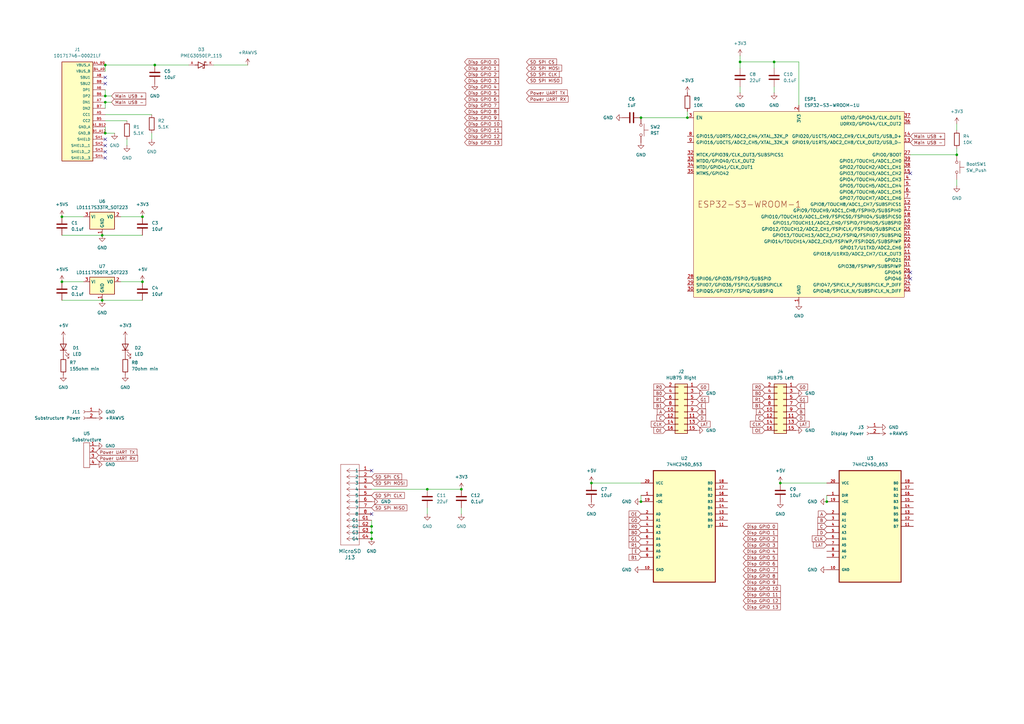
<source format=kicad_sch>
(kicad_sch (version 20250114) (generator "eeschema") (generator_version "9.0")
  (paper "A3")
  (junction (at 43.18 26.67))
  (junction (at 262.89 205.74))
  (junction (at 43.18 39.37))
  (junction (at 175.26 200.66))
  (junction (at 339.09 205.74))
  (junction (at 63.5 26.67))
  (junction (at 152.4 220.98))
  (junction (at 189.23 200.66))
  (junction (at 392.43 63.5))
  (junction (at 262.89 48.26))
  (junction (at 303.53 25.4))
  (junction (at 317.5 25.4))
  (junction (at 25.4 88.9))
  (junction (at 320.04 198.12))
  (junction (at 41.91 96.52))
  (junction (at 242.57 198.12))
  (junction (at 25.4 115.57))
  (junction (at 152.4 218.44))
  (junction (at 58.42 115.57))
  (junction (at 58.42 88.9))
  (junction (at 281.94 48.26))
  (junction (at 41.91 123.19))
  (junction (at 43.18 54.61))
  (junction (at 43.18 41.91))
  (junction (at 152.4 215.9))
  (no_connect (at 43.18 31.75))
  (no_connect (at 373.38 114.3))
  (no_connect (at 373.38 71.12))
  (no_connect (at 152.4 193.04))
  (no_connect (at 43.18 62.23))
  (no_connect (at 373.38 111.76))
  (no_connect (at 43.18 34.29))
  (no_connect (at 152.4 210.82))
  (no_connect (at 43.18 59.69))
  (no_connect (at 43.18 57.15))
  (no_connect (at 43.18 64.77))
  (wire (pts (xy 49.53 88.9) (xy 58.42 88.9)))
  (wire (pts (xy 392.43 76.2) (xy 392.43 73.66)))
  (wire (pts (xy 392.43 50.8) (xy 392.43 53.34)))
  (wire (pts (xy 327.66 25.4) (xy 327.66 43.18)))
  (wire (pts (xy 281.94 45.72) (xy 281.94 48.26)))
  (wire (pts (xy 262.89 203.2) (xy 262.89 205.74)))
  (wire (pts (xy 43.18 29.21) (xy 43.18 26.67)))
  (wire (pts (xy 25.4 88.9) (xy 34.29 88.9)))
  (wire (pts (xy 41.91 96.52) (xy 58.42 96.52)))
  (wire (pts (xy 41.91 123.19) (xy 58.42 123.19)))
  (wire (pts (xy 317.5 35.56) (xy 317.5 38.1)))
  (wire (pts (xy 392.43 60.96) (xy 392.43 63.5)))
  (wire (pts (xy 373.38 63.5) (xy 392.43 63.5)))
  (wire (pts (xy 317.5 25.4) (xy 327.66 25.4)))
  (wire (pts (xy 152.4 213.36) (xy 152.4 215.9)))
  (wire (pts (xy 101.6 26.67) (xy 87.63 26.67)))
  (wire (pts (xy 43.18 46.99) (xy 62.23 46.99)))
  (wire (pts (xy 43.18 54.61) (xy 43.18 52.07)))
  (wire (pts (xy 62.23 54.61) (xy 62.23 57.15)))
  (wire (pts (xy 52.07 57.15) (xy 52.07 59.69)))
  (wire (pts (xy 43.18 26.67) (xy 63.5 26.67)))
  (wire (pts (xy 339.09 203.2) (xy 339.09 205.74)))
  (wire (pts (xy 175.26 200.66) (xy 189.23 200.66)))
  (wire (pts (xy 303.53 22.86) (xy 303.53 25.4)))
  (wire (pts (xy 63.5 26.67) (xy 77.47 26.67)))
  (wire (pts (xy 317.5 25.4) (xy 317.5 27.94)))
  (wire (pts (xy 45.72 39.37) (xy 43.18 39.37)))
  (wire (pts (xy 262.89 48.26) (xy 281.94 48.26)))
  (wire (pts (xy 303.53 25.4) (xy 303.53 27.94)))
  (wire (pts (xy 303.53 25.4) (xy 317.5 25.4)))
  (wire (pts (xy 303.53 35.56) (xy 303.53 38.1)))
  (wire (pts (xy 25.4 123.19) (xy 41.91 123.19)))
  (wire (pts (xy 43.18 41.91) (xy 43.18 44.45)))
  (wire (pts (xy 25.4 96.52) (xy 41.91 96.52)))
  (wire (pts (xy 43.18 49.53) (xy 52.07 49.53)))
  (wire (pts (xy 25.4 115.57) (xy 34.29 115.57)))
  (wire (pts (xy 43.18 36.83) (xy 43.18 39.37)))
  (wire (pts (xy 49.53 115.57) (xy 58.42 115.57)))
  (wire (pts (xy 46.99 54.61) (xy 43.18 54.61)))
  (wire (pts (xy 320.04 198.12) (xy 339.09 198.12)))
  (wire (pts (xy 152.4 200.66) (xy 175.26 200.66)))
  (wire (pts (xy 189.23 208.28) (xy 189.23 210.82)))
  (wire (pts (xy 175.26 208.28) (xy 175.26 210.82)))
  (wire (pts (xy 45.72 41.91) (xy 43.18 41.91)))
  (wire (pts (xy 152.4 218.44) (xy 152.4 220.98)))
  (wire (pts (xy 152.4 215.9) (xy 152.4 218.44)))
  (wire (pts (xy 242.57 198.12) (xy 262.89 198.12)))
  (global_label "B1" (shape input) (at 273.05 166.37 180) (property "Intersheetrefs" "${INTERSHEET_REFS}" (effects (hide yes))))
  (global_label "Disp GPIO 6" (shape input) (at 190.5 40.64 0) (property "Intersheetrefs" "${INTERSHEET_REFS}" (effects (hide yes))))
  (global_label "Power UART TX" (shape input) (at 39.37 185.42 0) (property "Intersheetrefs" "${INTERSHEET_REFS}" (effects (hide yes))))
  (global_label "Disp GPIO 5" (shape input) (at 190.5 38.1 0) (property "Intersheetrefs" "${INTERSHEET_REFS}" (effects (hide yes))))
  (global_label "SD SPI CLK" (shape input) (at 152.4 203.2 0) (property "Intersheetrefs" "${INTERSHEET_REFS}" (effects (hide yes))))
  (global_label "Disp GPIO 10" (shape input) (at 190.5 50.8 0) (property "Intersheetrefs" "${INTERSHEET_REFS}" (effects (hide yes))))
  (global_label "E" (shape input) (at 285.75 166.37 0) (property "Intersheetrefs" "${INTERSHEET_REFS}" (effects (hide yes))))
  (global_label "G0" (shape input) (at 326.39 158.75 0) (property "Intersheetrefs" "${INTERSHEET_REFS}" (effects (hide yes))))
  (global_label "SD SPI MISO" (shape input) (at 152.4 208.28 0) (property "Intersheetrefs" "${INTERSHEET_REFS}" (effects (hide yes))))
  (global_label "C" (shape input) (at 273.05 171.45 180) (property "Intersheetrefs" "${INTERSHEET_REFS}" (effects (hide yes))))
  (global_label "G1" (shape input) (at 326.39 163.83 0) (property "Intersheetrefs" "${INTERSHEET_REFS}" (effects (hide yes))))
  (global_label "C" (shape input) (at 339.09 215.9 180) (property "Intersheetrefs" "${INTERSHEET_REFS}" (effects (hide yes))))
  (global_label "B0" (shape input) (at 313.69 161.29 180) (property "Intersheetrefs" "${INTERSHEET_REFS}" (effects (hide yes))))
  (global_label "SD SPI CLK" (shape input) (at 215.9 30.48 0) (property "Intersheetrefs" "${INTERSHEET_REFS}" (effects (hide yes))))
  (global_label "A" (shape input) (at 339.09 210.82 180) (property "Intersheetrefs" "${INTERSHEET_REFS}" (effects (hide yes))))
  (global_label "Disp GPIO 4" (shape input) (at 190.5 35.56 0) (property "Intersheetrefs" "${INTERSHEET_REFS}" (effects (hide yes))))
  (global_label "Disp GPIO 8" (shape input) (at 190.5 45.72 0) (property "Intersheetrefs" "${INTERSHEET_REFS}" (effects (hide yes))))
  (global_label "D" (shape input) (at 285.75 171.45 0) (property "Intersheetrefs" "${INTERSHEET_REFS}" (effects (hide yes))))
  (global_label "OE" (shape input) (at 262.89 210.82 180) (property "Intersheetrefs" "${INTERSHEET_REFS}" (effects (hide yes))))
  (global_label "SD SPI MOSI" (shape input) (at 152.4 198.12 0) (property "Intersheetrefs" "${INTERSHEET_REFS}" (effects (hide yes))))
  (global_label "Disp GPIO 12" (shape input) (at 190.5 55.88 0) (property "Intersheetrefs" "${INTERSHEET_REFS}" (effects (hide yes))))
  (global_label "Disp GPIO 9" (shape input) (at 190.5 48.26 0) (property "Intersheetrefs" "${INTERSHEET_REFS}" (effects (hide yes))))
  (global_label "E" (shape input) (at 262.89 226.06 180) (property "Intersheetrefs" "${INTERSHEET_REFS}" (effects (hide yes))))
  (global_label "Disp GPIO 1" (shape input) (at 190.5 27.94 0) (property "Intersheetrefs" "${INTERSHEET_REFS}" (effects (hide yes))))
  (global_label "R1" (shape input) (at 273.05 163.83 180) (property "Intersheetrefs" "${INTERSHEET_REFS}" (effects (hide yes))))
  (global_label "E" (shape input) (at 326.39 166.37 0) (property "Intersheetrefs" "${INTERSHEET_REFS}" (effects (hide yes))))
  (global_label "A" (shape input) (at 313.69 168.91 180) (property "Intersheetrefs" "${INTERSHEET_REFS}" (effects (hide yes))))
  (global_label "G1" (shape input) (at 262.89 220.98 180) (property "Intersheetrefs" "${INTERSHEET_REFS}" (effects (hide yes))))
  (global_label "Disp GPIO 7" (shape input) (at 304.8 233.68 0) (property "Intersheetrefs" "${INTERSHEET_REFS}" (effects (hide yes))))
  (global_label "B0" (shape input) (at 262.89 218.44 180) (property "Intersheetrefs" "${INTERSHEET_REFS}" (effects (hide yes))))
  (global_label "B" (shape input) (at 326.39 168.91 0) (property "Intersheetrefs" "${INTERSHEET_REFS}" (effects (hide yes))))
  (global_label "Disp GPIO 10" (shape input) (at 304.8 241.3 0) (property "Intersheetrefs" "${INTERSHEET_REFS}" (effects (hide yes))))
  (global_label "Disp GPIO 6" (shape input) (at 304.8 231.14 0) (property "Intersheetrefs" "${INTERSHEET_REFS}" (effects (hide yes))))
  (global_label "B" (shape input) (at 339.09 213.36 180) (property "Intersheetrefs" "${INTERSHEET_REFS}" (effects (hide yes))))
  (global_label "Disp GPIO 11" (shape input) (at 304.8 243.84 0) (property "Intersheetrefs" "${INTERSHEET_REFS}" (effects (hide yes))))
  (global_label "Main USB -" (shape input) (at 45.72 41.91 0) (property "Intersheetrefs" "${INTERSHEET_REFS}" (effects (hide yes))))
  (global_label "G0" (shape input) (at 285.75 158.75 0) (property "Intersheetrefs" "${INTERSHEET_REFS}" (effects (hide yes))))
  (global_label "D" (shape input) (at 339.09 218.44 180) (property "Intersheetrefs" "${INTERSHEET_REFS}" (effects (hide yes))))
  (global_label "Main USB -" (shape input) (at 373.38 58.42 0) (property "Intersheetrefs" "${INTERSHEET_REFS}" (effects (hide yes))))
  (global_label "R0" (shape input) (at 273.05 158.75 180) (property "Intersheetrefs" "${INTERSHEET_REFS}" (effects (hide yes))))
  (global_label "B1" (shape input) (at 262.89 228.6 180) (property "Intersheetrefs" "${INTERSHEET_REFS}" (effects (hide yes))))
  (global_label "Disp GPIO 3" (shape input) (at 304.8 223.52 0) (property "Intersheetrefs" "${INTERSHEET_REFS}" (effects (hide yes))))
  (global_label "CLK" (shape input) (at 273.05 173.99 180) (property "Intersheetrefs" "${INTERSHEET_REFS}" (effects (hide yes))))
  (global_label "R1" (shape input) (at 313.69 163.83 180) (property "Intersheetrefs" "${INTERSHEET_REFS}" (effects (hide yes))))
  (global_label "OE" (shape input) (at 273.05 176.53 180) (property "Intersheetrefs" "${INTERSHEET_REFS}" (effects (hide yes))))
  (global_label "Disp GPIO 2" (shape input) (at 190.5 30.48 0) (property "Intersheetrefs" "${INTERSHEET_REFS}" (effects (hide yes))))
  (global_label "SD SPI CS" (shape input) (at 215.9 25.4 0) (property "Intersheetrefs" "${INTERSHEET_REFS}" (effects (hide yes))))
  (global_label "CLK" (shape input) (at 313.69 173.99 180) (property "Intersheetrefs" "${INTERSHEET_REFS}" (effects (hide yes))))
  (global_label "Disp GPIO 3" (shape input) (at 190.5 33.02 0) (property "Intersheetrefs" "${INTERSHEET_REFS}" (effects (hide yes))))
  (global_label "R0" (shape input) (at 262.89 215.9 180) (property "Intersheetrefs" "${INTERSHEET_REFS}" (effects (hide yes))))
  (global_label "Disp GPIO 9" (shape input) (at 304.8 238.76 0) (property "Intersheetrefs" "${INTERSHEET_REFS}" (effects (hide yes))))
  (global_label "Main USB +" (shape input) (at 373.38 55.88 0) (property "Intersheetrefs" "${INTERSHEET_REFS}" (effects (hide yes))))
  (global_label "Disp GPIO 5" (shape input) (at 304.8 228.6 0) (property "Intersheetrefs" "${INTERSHEET_REFS}" (effects (hide yes))))
  (global_label "Power UART RX" (shape input) (at 39.37 187.96 0) (property "Intersheetrefs" "${INTERSHEET_REFS}" (effects (hide yes))))
  (global_label "Disp GPIO 2" (shape input) (at 304.8 220.98 0) (property "Intersheetrefs" "${INTERSHEET_REFS}" (effects (hide yes))))
  (global_label "Disp GPIO 11" (shape input) (at 190.5 53.34 0) (property "Intersheetrefs" "${INTERSHEET_REFS}" (effects (hide yes))))
  (global_label "R0" (shape input) (at 313.69 158.75 180) (property "Intersheetrefs" "${INTERSHEET_REFS}" (effects (hide yes))))
  (global_label "SD SPI MOSI" (shape input) (at 215.9 27.94 0) (property "Intersheetrefs" "${INTERSHEET_REFS}" (effects (hide yes))))
  (global_label "LAT" (shape input) (at 339.09 223.52 180) (property "Intersheetrefs" "${INTERSHEET_REFS}" (effects (hide yes))))
  (global_label "Disp GPIO 8" (shape input) (at 304.8 236.22 0) (property "Intersheetrefs" "${INTERSHEET_REFS}" (effects (hide yes))))
  (global_label "Disp GPIO 13" (shape input) (at 190.5 58.42 0) (property "Intersheetrefs" "${INTERSHEET_REFS}" (effects (hide yes))))
  (global_label "Disp GPIO 7" (shape input) (at 190.5 43.18 0) (property "Intersheetrefs" "${INTERSHEET_REFS}" (effects (hide yes))))
  (global_label "G0" (shape input) (at 262.89 213.36 180) (property "Intersheetrefs" "${INTERSHEET_REFS}" (effects (hide yes))))
  (global_label "SD SPI CS" (shape input) (at 152.4 195.58 0) (property "Intersheetrefs" "${INTERSHEET_REFS}" (effects (hide yes))))
  (global_label "Disp GPIO 0" (shape input) (at 304.8 215.9 0) (property "Intersheetrefs" "${INTERSHEET_REFS}" (effects (hide yes))))
  (global_label "LAT" (shape input) (at 285.75 173.99 0) (property "Intersheetrefs" "${INTERSHEET_REFS}" (effects (hide yes))))
  (global_label "Disp GPIO 12" (shape input) (at 304.8 246.38 0) (property "Intersheetrefs" "${INTERSHEET_REFS}" (effects (hide yes))))
  (global_label "SD SPI MISO" (shape input) (at 215.9 33.02 0) (property "Intersheetrefs" "${INTERSHEET_REFS}" (effects (hide yes))))
  (global_label "Power UART RX" (shape input) (at 215.9 40.64 0) (property "Intersheetrefs" "${INTERSHEET_REFS}" (effects (hide yes))))
  (global_label "Disp GPIO 0" (shape input) (at 190.5 25.4 0) (property "Intersheetrefs" "${INTERSHEET_REFS}" (effects (hide yes))))
  (global_label "R1" (shape input) (at 262.89 223.52 180) (property "Intersheetrefs" "${INTERSHEET_REFS}" (effects (hide yes))))
  (global_label "B" (shape input) (at 285.75 168.91 0) (property "Intersheetrefs" "${INTERSHEET_REFS}" (effects (hide yes))))
  (global_label "Disp GPIO 4" (shape input) (at 304.8 226.06 0) (property "Intersheetrefs" "${INTERSHEET_REFS}" (effects (hide yes))))
  (global_label "D" (shape input) (at 326.39 171.45 0) (property "Intersheetrefs" "${INTERSHEET_REFS}" (effects (hide yes))))
  (global_label "B0" (shape input) (at 273.05 161.29 180) (property "Intersheetrefs" "${INTERSHEET_REFS}" (effects (hide yes))))
  (global_label "C" (shape input) (at 313.69 171.45 180) (property "Intersheetrefs" "${INTERSHEET_REFS}" (effects (hide yes))))
  (global_label "CLK" (shape input) (at 339.09 220.98 180) (property "Intersheetrefs" "${INTERSHEET_REFS}" (effects (hide yes))))
  (global_label "LAT" (shape input) (at 326.39 173.99 0) (property "Intersheetrefs" "${INTERSHEET_REFS}" (effects (hide yes))))
  (global_label "G1" (shape input) (at 285.75 163.83 0) (property "Intersheetrefs" "${INTERSHEET_REFS}" (effects (hide yes))))
  (global_label "A" (shape input) (at 273.05 168.91 180) (property "Intersheetrefs" "${INTERSHEET_REFS}" (effects (hide yes))))
  (global_label "OE" (shape input) (at 313.69 176.53 180) (property "Intersheetrefs" "${INTERSHEET_REFS}" (effects (hide yes))))
  (global_label "Disp GPIO 1" (shape input) (at 304.8 218.44 0) (property "Intersheetrefs" "${INTERSHEET_REFS}" (effects (hide yes))))
  (global_label "Power UART TX" (shape input) (at 215.9 38.1 0) (property "Intersheetrefs" "${INTERSHEET_REFS}" (effects (hide yes))))
  (global_label "Disp GPIO 13" (shape input) (at 304.8 248.92 0) (property "Intersheetrefs" "${INTERSHEET_REFS}" (effects (hide yes))))
  (global_label "B1" (shape input) (at 313.69 166.37 180) (property "Intersheetrefs" "${INTERSHEET_REFS}" (effects (hide yes))))
  (global_label "Main USB +" (shape input) (at 45.72 39.37 0) (property "Intersheetrefs" "${INTERSHEET_REFS}" (effects (hide yes))))
  (symbol (lib_id "Connector:Conn_01x02_Socket") (at 34.29 168.91 0) (mirror y) (unit 1)
    (property "Reference" "J11" (at 33.02 168.9099 0) (effects (justify left)))
    (property "Value" "Substructure Power" (at 33.02 171.4499 0) (effects (justify left)))
    (property "Footprint" "Connector_AMASS:AMASS_XT30U-M_1x02_P5.0mm_Vertical" (effects (hide yes)))
    (property "Description" "Generic connector, single row, 01x02, script generated" (effects (hide yes)))
  )
  (symbol (lib_id "power:GND") (at 327.66 124.46 0) (unit 1)
    (property "Reference" "#PWR051" (effects (hide yes)))
    (property "Value" "GND" (at 327.66 129.54 0))
    (property "Description" "Power symbol creates a global label with name \"GND\" , ground" (effects (hide yes)))
  )
  (symbol (lib_id "power:+3V3") (at 189.23 200.66 0) (unit 1)
    (property "Reference" "#PWR073" (effects (hide yes)))
    (property "Value" "+3V3" (at 189.23 195.58 0))
    (property "Description" "Power symbol creates a global label with name \"+3V3\"" (effects (hide yes)))
  )
  (symbol (lib_id "power:GND") (at 320.04 205.74 0) (unit 1)
    (property "Reference" "#PWR012" (effects (hide yes)))
    (property "Value" "GND" (at 320.04 210.82 0))
    (property "Description" "Power symbol creates a global label with name \"GND\" , ground" (effects (hide yes)))
  )
  (symbol (lib_id "Device:R") (at 51.3796 149.9967 0) (unit 1)
    (property "Reference" "R8" (at 53.9196 148.7266 0) (effects (justify left)))
    (property "Value" "70ohm min" (at 53.9196 151.2666 0) (effects (justify left)))
    (property "Footprint" "Capacitor_SMD:C_0603_1608Metric_Pad1.08x0.95mm_HandSolder" (effects (hide yes)))
    (property "Description" "Resistor" (effects (hide yes)))
  )
  (symbol (lib_id "power:+5V") (at 58.42 115.57 0) (unit 1)
    (property "Reference" "#PWR039" (effects (hide yes)))
    (property "Value" "+5V" (at 58.42 110.49 0))
    (property "Description" "Power symbol creates a global label with name \"+5V\"" (effects (hide yes)))
  )
  (symbol (lib_id "power:GND") (at 39.37 182.88 90) (unit 1)
    (property "Reference" "#PWR037" (effects (hide yes)))
    (property "Value" "GND" (at 43.18 182.8799 90) (effects (justify right)))
    (property "Description" "Power symbol creates a global label with name \"GND\" , ground" (effects (hide yes)))
  )
  (symbol (lib_id "power:GND") (at 63.5 34.29 0) (unit 1)
    (property "Reference" "#PWR019" (effects (hide yes)))
    (property "Value" "GND" (at 63.5 39.37 0))
    (property "Description" "Power symbol creates a global label with name \"GND\" , ground" (effects (hide yes)))
  )
  (symbol (lib_id "USBC_10171746_00021LF:10171746-00021LF") (at 31.75 38.1 0) (unit 1)
    (property "Reference" "J1" (at 31.75 20.32 0))
    (property "Value" "10171746-00021LF" (at 31.75 22.86 0))
    (property "Footprint" "USBC:AMPHENOL_10171746-00021LF" (effects (hide yes)))
    (property "PARTREV" "A" (effects (hide yes)))
    (property "STANDARD" "Manufacturer Recommendations" (effects (hide yes)))
    (property "MAXIMUM_PACKAGE_HEIGHT" "3.16 mm" (effects (hide yes)))
    (property "MANUFACTURER" "Amphenol" (effects (hide yes)))
  )
  (symbol (lib_id "power:+5VP") (at 25.4 115.57 0) (unit 1)
    (property "Reference" "#PWR033" (effects (hide yes)))
    (property "Value" "+5VS" (at 25.4 110.49 0))
    (property "Description" "Power symbol creates a global label with name \"+5VP\"" (effects (hide yes)))
  )
  (symbol (lib_id "Device:C") (at 320.04 201.93 0) (unit 1)
    (property "Reference" "C9" (at 323.85 200.6599 0) (effects (justify left)))
    (property "Value" "10uF" (at 323.85 203.1999 0) (effects (justify left)))
    (property "Footprint" "Capacitor_SMD:C_0603_1608Metric_Pad1.08x0.95mm_HandSolder" (effects (hide yes)))
    (property "Description" "Unpolarized capacitor" (effects (hide yes)))
    (property "LCSC" "C95839" (effects (hide yes)))
  )
  (symbol (lib_id "power:GND") (at 152.4 205.74 90) (unit 1)
    (property "Reference" "#PWR068" (effects (hide yes)))
    (property "Value" "GND" (at 156.21 205.7399 90) (effects (justify right)))
    (property "Description" "Power symbol creates a global label with name \"GND\" , ground" (effects (hide yes)))
  )
  (symbol (lib_id "power:GND") (at 326.39 176.53 90) (unit 1)
    (property "Reference" "#PWR020" (effects (hide yes)))
    (property "Value" "GND" (at 330.2 176.5299 90) (effects (justify right)))
    (property "Description" "Power symbol creates a global label with name \"GND\" , ground" (effects (hide yes)))
  )
  (symbol (lib_id "Device:C") (at 25.4 92.71 0) (unit 1)
    (property "Reference" "C1" (at 29.21 91.4399 0) (effects (justify left)))
    (property "Value" "0.1uf" (at 29.21 93.9799 0) (effects (justify left)))
    (property "Footprint" "Capacitor_SMD:C_0603_1608Metric_Pad1.08x0.95mm_HandSolder" (effects (hide yes)))
    (property "Description" "Unpolarized capacitor" (effects (hide yes)))
  )
  (symbol (lib_id "Regulator_Linear:LD1117S50TR_SOT223") (at 41.91 115.57 0) (unit 1)
    (property "Reference" "U7" (at 41.91 109.22 0))
    (property "Value" "LD1117S50TR_SOT223" (at 41.91 111.76 0))
    (property "Footprint" "Package_TO_SOT_SMD:SOT-223-3_TabPin2" (effects (hide yes)))
    (property "Datasheet" "http://www.st.com/st-web-ui/static/active/en/resource/technical/document/datasheet/CD00000544.pdf" (effects (hide yes)))
    (property "Description" "800mA Fixed Low Drop Positive Voltage Regulator, Fixed Output 5.0V, SOT-223" (effects (hide yes)))
  )
  (symbol (lib_id "power:GND") (at 360.68 175.26 90) (unit 1)
    (property "Reference" "#PWR04" (effects (hide yes)))
    (property "Value" "GND" (at 364.49 175.2599 90) (effects (justify right)))
    (property "Description" "Power symbol creates a global label with name \"GND\" , ground" (effects (hide yes)))
  )
  (symbol (lib_id "power:+5VP") (at 360.68 177.8 270) (unit 1)
    (property "Reference" "#PWR015" (effects (hide yes)))
    (property "Value" "+RAWVS" (at 364.49 177.7999 90) (effects (justify left)))
    (property "Description" "Power symbol creates a global label with name \"+5VP\"" (effects (hide yes)))
  )
  (symbol (lib_id "Switch:SW_Push") (at 392.43 68.58 270) (unit 1)
    (property "Reference" "BootSW1" (at 396.24 67.3099 90) (effects (justify left)))
    (property "Value" "SW_Push" (at 396.24 69.8499 90) (effects (justify left)))
    (property "Footprint" "Buttons:R-667843" (effects (hide yes)))
    (property "Description" "Push button switch, generic, two pins" (effects (hide yes)))
  )
  (symbol (lib_id "power:GND") (at 285.75 161.29 90) (unit 1)
    (property "Reference" "#PWR06" (effects (hide yes)))
    (property "Value" "GND" (at 289.56 161.2899 90) (effects (justify right)))
    (property "Description" "Power symbol creates a global label with name \"GND\" , ground" (effects (hide yes)))
  )
  (symbol (lib_id "power:+3V3") (at 392.43 50.8 0) (unit 1)
    (property "Reference" "#PWR052" (effects (hide yes)))
    (property "Value" "+3V3" (at 392.43 45.72 0))
    (property "Description" "Power symbol creates a global label with name \"+3V3\"" (effects (hide yes)))
  )
  (symbol (lib_id "power:+5VP") (at 25.4 88.9 0) (unit 1)
    (property "Reference" "#PWR032" (effects (hide yes)))
    (property "Value" "+5VS" (at 25.4 83.82 0))
    (property "Description" "Power symbol creates a global label with name \"+5VP\"" (effects (hide yes)))
  )
  (symbol (lib_id "Device:R") (at 281.94 41.91 0) (unit 1)
    (property "Reference" "R9" (at 284.48 40.6399 0) (effects (justify left)))
    (property "Value" "10K" (at 284.48 43.1799 0) (effects (justify left)))
    (property "Footprint" "Resistor_SMD:R_0603_1608Metric" (effects (hide yes)))
    (property "Description" "Resistor" (effects (hide yes)))
  )
  (symbol (lib_id "power:GND") (at 326.39 161.29 90) (unit 1)
    (property "Reference" "#PWR018" (effects (hide yes)))
    (property "Value" "GND" (at 330.2 161.2899 90) (effects (justify right)))
    (property "Description" "Power symbol creates a global label with name \"GND\" , ground" (effects (hide yes)))
  )
  (symbol (lib_id "Device:R") (at 62.23 50.8 0) (unit 1)
    (property "Reference" "R2" (at 64.77 49.5299 0) (effects (justify left)))
    (property "Value" "5.1K" (at 64.77 52.0699 0) (effects (justify left)))
    (property "Footprint" "Resistor_SMD:R_0603_1608Metric" (effects (hide yes)))
    (property "Description" "Resistor" (effects (hide yes)))
  )
  (symbol (lib_id "PCM_Espressif:ESP32-S3-WROOM-1") (at 327.66 83.82 0) (unit 1)
    (property "Reference" "ESP1" (at 329.8541 40.64 0) (effects (justify left)))
    (property "Value" "ESP32-S3-WROOM-1U" (at 329.8541 43.18 0) (effects (justify left)))
    (property "Footprint" "RF_Module:ESP32-S3-WROOM-1U" (effects (hide yes)))
    (property "Datasheet" "https://www.espressif.com/sites/default/files/documentation/esp32-s3-wroom-1_wroom-1u_datasheet_en.pdf" (effects (hide yes)))
    (property "Description" "2.4 GHz WiFi (802.11 b/g/n) and Bluetooth ® 5 (LE) module Built around ESP32S3 series of SoCs, Xtensa ® dualcore 32bit LX7 microprocessor Flash up to 16 MB, PSRAM up to 8 MB 36 GPIOs, rich set of peripherals Onboard PCB antenna" (effects (hide yes)))
  )
  (symbol (lib_id "power:GND") (at 392.43 76.2 0) (unit 1)
    (property "Reference" "#PWR053" (effects (hide yes)))
    (property "Value" "GND" (at 392.43 81.28 0))
    (property "Description" "Power symbol creates a global label with name \"GND\" , ground" (effects (hide yes)))
  )
  (symbol (lib_id "Device:C") (at 175.26 204.47 0) (unit 1)
    (property "Reference" "C11" (at 179.07 203.1999 0) (effects (justify left)))
    (property "Value" "22uF" (at 179.07 205.7399 0) (effects (justify left)))
    (property "Footprint" "Capacitor_SMD:C_0603_1608Metric_Pad1.08x0.95mm_HandSolder" (effects (hide yes)))
    (property "Description" "Unpolarized capacitor" (effects (hide yes)))
  )
  (symbol (lib_id "MicroSD_473092651:473092651") (at 152.4 193.04 0) (mirror y) (unit 1)
    (property "Reference" "J13" (at 143.51 228.6 0) (effects (font (size 1.524 1.524))))
    (property "Value" "MicroSD" (at 143.51 226.06 0) (effects (font (size 1.524 1.524))))
    (property "Footprint" "Micro SD:MicroSD_473092651" (effects (hide yes)))
    (property "Datasheet" "473092651" (effects (hide yes)))
  )
  (symbol (lib_id "power:GND") (at 51.3796 153.8067 0) (unit 1)
    (property "Reference" "#PWR060" (effects (hide yes)))
    (property "Value" "GND" (at 51.3796 158.8867 0))
    (property "Description" "Power symbol creates a global label with name \"GND\" , ground" (effects (hide yes)))
  )
  (symbol (lib_id "Connector_Generic:Conn_02x08_Odd_Even") (at 321.31 166.37 0) (mirror y) (unit 1)
    (property "Reference" "J4" (at 320.04 152.4 0))
    (property "Value" "HUB75 Left" (at 320.04 154.94 0))
    (property "Footprint" "Connector_PinHeader_2.54mm:PinHeader_2x08_P2.54mm_Vertical" (effects (hide yes)))
    (property "Description" "Generic connector, double row, 02x08, odd/even pin numbering scheme (row 1 odd numbers, row 2 even numbers), script generated (kicad-library-utils/schlib/autogen/connector/)" (effects (hide yes)))
    (property "LCSC" "C30734" (effects (hide yes)))
  )
  (symbol (lib_id "Device:LED") (at 25.9796 142.3767 90) (unit 1)
    (property "Reference" "D1" (at 29.7896 142.6941 90) (effects (justify right)))
    (property "Value" "LED" (at 29.7896 145.2341 90) (effects (justify right)))
    (property "Footprint" "Diode_SMD:D_0603_1608Metric_Pad1.05x0.95mm_HandSolder" (effects (hide yes)))
    (property "Description" "Light emitting diode" (effects (hide yes)))
  )
  (symbol (lib_id "74HC245:74HC245D_653") (at 280.67 213.36 0) (unit 1)
    (property "Reference" "U2" (at 280.67 187.96 0))
    (property "Value" "74HC245D_653" (at 280.67 190.5 0))
    (property "Footprint" "74HC245:SOIC127P1032X265-20N" (effects (hide yes)))
    (property "MF" "Nexperia USA" (effects (hide yes)))
    (property "Description_1" "Transceiver, Non-Inverting 1 Element 8 Bit per Element 3-State Output 20-SO" (effects (hide yes)))
    (property "PACKAGE" "SOIC-20" (effects (hide yes)))
    (property "MPN" "74HC245D,653" (effects (hide yes)))
    (property "Price" "None" (effects (hide yes)))
    (property "Package" "SO20-20 Nexperia USA Inc." (effects (hide yes)))
    (property "OC_FARNELL" "1201324" (effects (hide yes)))
    (property "SnapEDA_Link" "https://www.snapeda.com/parts/74HC245D,653/Nexperia/view-part/?ref=snap" (effects (hide yes)))
    (property "MP" "74HC245D,653" (effects (hide yes)))
    (property "SUPPLIER" "NXP" (effects (hide yes)))
    (property "OC_NEWARK" "26M7763" (effects (hide yes)))
    (property "Availability" "In Stock" (effects (hide yes)))
    (property "Check_prices" "https://www.snapeda.com/parts/74HC245D,653/Nexperia/view-part/?ref=eda" (effects (hide yes)))
    (property "LCSC" "C5625" (effects (hide yes)))
  )
  (symbol (lib_id "power:GND") (at 39.37 190.5 90) (unit 1)
    (property "Reference" "#PWR055" (effects (hide yes)))
    (property "Value" "GND" (at 43.18 190.4999 90) (effects (justify right)))
    (property "Description" "Power symbol creates a global label with name \"GND\" , ground" (effects (hide yes)))
  )
  (symbol (lib_id "power:GND") (at 62.23 57.15 0) (unit 1)
    (property "Reference" "#PWR017" (effects (hide yes)))
    (property "Value" "GND" (at 62.23 62.23 0))
    (property "Description" "Power symbol creates a global label with name \"GND\" , ground" (effects (hide yes)))
  )
  (symbol (lib_id "power:GND") (at 262.89 58.42 0) (unit 1)
    (property "Reference" "#PWR064" (effects (hide yes)))
    (property "Value" "GND" (at 262.89 63.5 0))
    (property "Description" "Power symbol creates a global label with name \"GND\" , ground" (effects (hide yes)))
  )
  (symbol (lib_id "Device:C") (at 25.4 119.38 0) (unit 1)
    (property "Reference" "C2" (at 29.21 118.1099 0) (effects (justify left)))
    (property "Value" "0.1uf" (at 29.21 120.6499 0) (effects (justify left)))
    (property "Footprint" "Capacitor_SMD:C_0603_1608Metric_Pad1.08x0.95mm_HandSolder" (effects (hide yes)))
    (property "Description" "Unpolarized capacitor" (effects (hide yes)))
  )
  (symbol (lib_id "Device:C") (at 303.53 31.75 0) (unit 1)
    (property "Reference" "C8" (at 307.34 30.4799 0) (effects (justify left)))
    (property "Value" "22uF" (at 307.34 33.0199 0) (effects (justify left)))
    (property "Footprint" "Capacitor_SMD:C_0603_1608Metric_Pad1.08x0.95mm_HandSolder" (effects (hide yes)))
    (property "Description" "Unpolarized capacitor" (effects (hide yes)))
  )
  (symbol (lib_id "power:+3V3") (at 51.3796 138.5667 0) (unit 1)
    (property "Reference" "#PWR059" (effects (hide yes)))
    (property "Value" "+3V3" (at 51.3796 133.4867 0))
    (property "Description" "Power symbol creates a global label with name \"+3V3\"" (effects (hide yes)))
  )
  (symbol (lib_id "power:GND") (at 339.09 233.68 270) (unit 1)
    (property "Reference" "#PWR014" (effects (hide yes)))
    (property "Value" "GND" (at 335.28 233.6799 90) (effects (justify right)))
    (property "Description" "Power symbol creates a global label with name \"GND\" , ground" (effects (hide yes)))
  )
  (symbol (lib_id "power:+5V") (at 25.9796 138.5667 0) (unit 1)
    (property "Reference" "#PWR02" (effects (hide yes)))
    (property "Value" "+5V" (at 25.9796 133.4867 0))
    (property "Description" "Power symbol creates a global label with name \"+5V\"" (effects (hide yes)))
  )
  (symbol (lib_id "power:GND") (at 339.09 205.74 270) (unit 1)
    (property "Reference" "#PWR03" (effects (hide yes)))
    (property "Value" "GND" (at 335.28 205.7399 90) (effects (justify right)))
    (property "Description" "Power symbol creates a global label with name \"GND\" , ground" (effects (hide yes)))
  )
  (symbol (lib_id "Device:C") (at 63.5 30.48 0) (unit 1)
    (property "Reference" "C5" (at 67.31 29.2099 0) (effects (justify left)))
    (property "Value" "10uF" (at 67.31 31.7499 0) (effects (justify left)))
    (property "Footprint" "Capacitor_SMD:C_0603_1608Metric" (effects (hide yes)))
    (property "Description" "Unpolarized capacitor" (effects (hide yes)))
  )
  (symbol (lib_id "Device:C") (at 317.5 31.75 0) (unit 1)
    (property "Reference" "C10" (at 321.31 30.4799 0) (effects (justify left)))
    (property "Value" "0.1uF" (at 321.31 33.0199 0) (effects (justify left)))
    (property "Footprint" "Capacitor_SMD:C_0603_1608Metric_Pad1.08x0.95mm_HandSolder" (effects (hide yes)))
    (property "Description" "Unpolarized capacitor" (effects (hide yes)))
  )
  (symbol (lib_id "Device:R") (at 52.07 53.34 0) (unit 1)
    (property "Reference" "R1" (at 54.61 52.0699 0) (effects (justify left)))
    (property "Value" "5.1K" (at 54.61 54.6099 0) (effects (justify left)))
    (property "Footprint" "Resistor_SMD:R_0603_1608Metric" (effects (hide yes)))
    (property "Description" "Resistor" (effects (hide yes)))
  )
  (symbol (lib_id "power:+5V") (at 320.04 198.12 0) (unit 1)
    (property "Reference" "#PWR011" (effects (hide yes)))
    (property "Value" "+5V" (at 320.04 193.04 0))
    (property "Description" "Power symbol creates a global label with name \"+5V\"" (effects (hide yes)))
  )
  (symbol (lib_id "74HC245:74HC245D_653") (at 356.87 213.36 0) (unit 1)
    (property "Reference" "U3" (at 356.87 187.96 0))
    (property "Value" "74HC245D_653" (at 356.87 190.5 0))
    (property "Footprint" "74HC245:SOIC127P1032X265-20N" (effects (hide yes)))
    (property "MF" "Nexperia USA" (effects (hide yes)))
    (property "Description_1" "Transceiver, Non-Inverting 1 Element 8 Bit per Element 3-State Output 20-SO" (effects (hide yes)))
    (property "PACKAGE" "SOIC-20" (effects (hide yes)))
    (property "MPN" "74HC245D,653" (effects (hide yes)))
    (property "Price" "None" (effects (hide yes)))
    (property "Package" "SO20-20 Nexperia USA Inc." (effects (hide yes)))
    (property "OC_FARNELL" "1201324" (effects (hide yes)))
    (property "SnapEDA_Link" "https://www.snapeda.com/parts/74HC245D,653/Nexperia/view-part/?ref=snap" (effects (hide yes)))
    (property "MP" "74HC245D,653" (effects (hide yes)))
    (property "SUPPLIER" "NXP" (effects (hide yes)))
    (property "OC_NEWARK" "26M7763" (effects (hide yes)))
    (property "Availability" "In Stock" (effects (hide yes)))
    (property "Check_prices" "https://www.snapeda.com/parts/74HC245D,653/Nexperia/view-part/?ref=eda" (effects (hide yes)))
    (property "LCSC" "C5625" (effects (hide yes)))
  )
  (symbol (lib_id "power:GND") (at 262.89 205.74 270) (unit 1)
    (property "Reference" "#PWR010" (effects (hide yes)))
    (property "Value" "GND" (at 259.08 205.7399 90) (effects (justify right)))
    (property "Description" "Power symbol creates a global label with name \"GND\" , ground" (effects (hide yes)))
  )
  (symbol (lib_id "FFC:FFC-4") (at 35.56 186.69 0) (unit 1)
    (property "Reference" "U5" (at 35.56 177.8 0))
    (property "Value" "Substructure" (at 35.56 180.34 0))
    (property "Footprint" "FCC:FFC-4-0.5" (effects (hide yes)))
  )
  (symbol (lib_id "Device:C") (at 259.08 48.26 90) (unit 1)
    (property "Reference" "C6" (at 259.08 40.64 90))
    (property "Value" "1uF" (at 259.08 43.18 90))
    (property "Footprint" "Capacitor_SMD:C_0603_1608Metric_Pad1.08x0.95mm_HandSolder" (effects (hide yes)))
    (property "Description" "Unpolarized capacitor" (effects (hide yes)))
  )
  (symbol (lib_id "Device:R") (at 25.9796 149.9967 0) (unit 1)
    (property "Reference" "R7" (at 28.5196 148.7266 0) (effects (justify left)))
    (property "Value" "155ohm min" (at 28.5196 151.2666 0) (effects (justify left)))
    (property "Footprint" "Capacitor_SMD:C_0603_1608Metric_Pad1.08x0.95mm_HandSolder" (effects (hide yes)))
    (property "Description" "Resistor" (effects (hide yes)))
  )
  (symbol (lib_id "power:+3V3") (at 58.42 88.9 0) (unit 1)
    (property "Reference" "#PWR038" (effects (hide yes)))
    (property "Value" "+3V3" (at 58.42 83.82 0))
    (property "Description" "Power symbol creates a global label with name \"+3V3\"" (effects (hide yes)))
  )
  (symbol (lib_id "power:GND") (at 317.5 38.1 0) (unit 1)
    (property "Reference" "#PWR050" (effects (hide yes)))
    (property "Value" "GND" (at 317.5 43.18 0))
    (property "Description" "Power symbol creates a global label with name \"GND\" , ground" (effects (hide yes)))
  )
  (symbol (lib_id "Connector_Generic:Conn_02x08_Odd_Even") (at 280.67 166.37 0) (mirror y) (unit 1)
    (property "Reference" "J2" (at 279.4 152.4 0))
    (property "Value" "HUB75 Right" (at 279.4 154.94 0))
    (property "Footprint" "Connector_PinHeader_2.54mm:PinHeader_2x08_P2.54mm_Vertical" (effects (hide yes)))
    (property "Description" "Generic connector, double row, 02x08, odd/even pin numbering scheme (row 1 odd numbers, row 2 even numbers), script generated (kicad-library-utils/schlib/autogen/connector/)" (effects (hide yes)))
    (property "LCSC" "C30734" (effects (hide yes)))
  )
  (symbol (lib_id "Device:C") (at 58.42 92.71 0) (unit 1)
    (property "Reference" "C3" (at 62.23 91.4399 0) (effects (justify left)))
    (property "Value" "10uf" (at 62.23 93.9799 0) (effects (justify left)))
    (property "Footprint" "Capacitor_SMD:C_0603_1608Metric_Pad1.08x0.95mm_HandSolder" (effects (hide yes)))
    (property "Description" "Unpolarized capacitor" (effects (hide yes)))
  )
  (symbol (lib_id "power:GND") (at 52.07 59.69 0) (unit 1)
    (property "Reference" "#PWR016" (effects (hide yes)))
    (property "Value" "GND" (at 52.07 64.77 0))
    (property "Description" "Power symbol creates a global label with name \"GND\" , ground" (effects (hide yes)))
  )
  (symbol (lib_id "power:+5V") (at 242.57 198.12 0) (unit 1)
    (property "Reference" "#PWR07" (effects (hide yes)))
    (property "Value" "+5V" (at 242.57 193.04 0))
    (property "Description" "Power symbol creates a global label with name \"+5V\"" (effects (hide yes)))
  )
  (symbol (lib_id "power:GND") (at 41.91 96.52 0) (unit 1)
    (property "Reference" "#PWR034" (effects (hide yes)))
    (property "Value" "GND" (at 41.91 101.6 0))
    (property "Description" "Power symbol creates a global label with name \"GND\" , ground" (effects (hide yes)))
  )
  (symbol (lib_id "power:GND") (at 285.75 176.53 90) (unit 1)
    (property "Reference" "#PWR05" (effects (hide yes)))
    (property "Value" "GND" (at 289.56 176.5299 90) (effects (justify right)))
    (property "Description" "Power symbol creates a global label with name \"GND\" , ground" (effects (hide yes)))
  )
  (symbol (lib_id "Device:C") (at 242.57 201.93 0) (unit 1)
    (property "Reference" "C7" (at 246.38 200.6599 0) (effects (justify left)))
    (property "Value" "10uF" (at 246.38 203.1999 0) (effects (justify left)))
    (property "Footprint" "Capacitor_SMD:C_0603_1608Metric_Pad1.08x0.95mm_HandSolder" (effects (hide yes)))
    (property "Description" "Unpolarized capacitor" (effects (hide yes)))
    (property "LCSC" "C95839" (effects (hide yes)))
  )
  (symbol (lib_id "power:GND") (at 152.4 220.98 0) (unit 1)
    (property "Reference" "#PWR069" (effects (hide yes)))
    (property "Value" "GND" (at 152.4 226.06 0))
    (property "Description" "Power symbol creates a global label with name \"GND\" , ground" (effects (hide yes)))
  )
  (symbol (lib_id "power:GND") (at 262.89 233.68 270) (unit 1)
    (property "Reference" "#PWR08" (effects (hide yes)))
    (property "Value" "GND" (at 259.08 233.6799 90) (effects (justify right)))
    (property "Description" "Power symbol creates a global label with name \"GND\" , ground" (effects (hide yes)))
  )
  (symbol (lib_id "Switch:SW_Push") (at 262.89 53.34 270) (unit 1)
    (property "Reference" "SW2" (at 266.7 52.0699 90) (effects (justify left)))
    (property "Value" "RST" (at 266.7 54.6099 90) (effects (justify left)))
    (property "Footprint" "Buttons:R-667843" (effects (hide yes)))
    (property "Description" "Push button switch, generic, two pins" (effects (hide yes)))
  )
  (symbol (lib_id "power:GND") (at 189.23 210.82 0) (unit 1)
    (property "Reference" "#PWR074" (effects (hide yes)))
    (property "Value" "GND" (at 189.23 215.9 0))
    (property "Description" "Power symbol creates a global label with name \"GND\" , ground" (effects (hide yes)))
  )
  (symbol (lib_id "Connector:Conn_01x02_Socket") (at 355.6 175.26 0) (mirror y) (unit 1)
    (property "Reference" "J3" (at 354.33 175.2599 0) (effects (justify left)))
    (property "Value" "Display Power" (at 354.33 177.7999 0) (effects (justify left)))
    (property "Footprint" "Connector_AMASS:AMASS_XT30U-M_1x02_P5.0mm_Vertical" (effects (hide yes)))
    (property "Description" "Generic connector, single row, 01x02, script generated" (effects (hide yes)))
  )
  (symbol (lib_id "Device:C") (at 189.23 204.47 0) (unit 1)
    (property "Reference" "C12" (at 193.04 203.1999 0) (effects (justify left)))
    (property "Value" "0.1uF" (at 193.04 205.7399 0) (effects (justify left)))
    (property "Footprint" "Capacitor_SMD:C_0603_1608Metric_Pad1.08x0.95mm_HandSolder" (effects (hide yes)))
    (property "Description" "Unpolarized capacitor" (effects (hide yes)))
  )
  (symbol (lib_id "Device:LED") (at 51.3796 142.3767 90) (unit 1)
    (property "Reference" "D2" (at 55.1896 142.6941 90) (effects (justify right)))
    (property "Value" "LED" (at 55.1896 145.2341 90) (effects (justify right)))
    (property "Footprint" "Diode_SMD:D_0603_1608Metric_Pad1.05x0.95mm_HandSolder" (effects (hide yes)))
    (property "Description" "Light emitting diode" (effects (hide yes)))
  )
  (symbol (lib_id "power:GND") (at 46.99 54.61 0) (unit 1)
    (property "Reference" "#PWR013" (effects (hide yes)))
    (property "Value" "GND" (at 46.99 59.69 0))
    (property "Description" "Power symbol creates a global label with name \"GND\" , ground" (effects (hide yes)))
  )
  (symbol (lib_id "power:+5VP") (at 101.6 26.67 0) (unit 1)
    (property "Reference" "#PWR077" (effects (hide yes)))
    (property "Value" "+RAWVS" (at 101.6 21.59 0))
    (property "Description" "Power symbol creates a global label with name \"+5VP\"" (effects (hide yes)))
  )
  (symbol (lib_id "Regulator_Linear:LD1117S33TR_SOT223") (at 41.91 88.9 0) (unit 1)
    (property "Reference" "U6" (at 41.91 82.55 0))
    (property "Value" "LD1117S33TR_SOT223" (at 41.91 85.09 0))
    (property "Footprint" "Package_TO_SOT_SMD:SOT-223-3_TabPin2" (effects (hide yes)))
    (property "Datasheet" "http://www.st.com/st-web-ui/static/active/en/resource/technical/document/datasheet/CD00000544.pdf" (effects (hide yes)))
    (property "Description" "800mA Fixed Low Drop Positive Voltage Regulator, Fixed Output 3.3V, SOT-223" (effects (hide yes)))
  )
  (symbol (lib_id "power:GND") (at 175.26 210.82 0) (unit 1)
    (property "Reference" "#PWR072" (effects (hide yes)))
    (property "Value" "GND" (at 175.26 215.9 0))
    (property "Description" "Power symbol creates a global label with name \"GND\" , ground" (effects (hide yes)))
  )
  (symbol (lib_id "Device:C") (at 58.42 119.38 0) (unit 1)
    (property "Reference" "C4" (at 62.23 118.1099 0) (effects (justify left)))
    (property "Value" "10uf" (at 62.23 120.6499 0) (effects (justify left)))
    (property "Footprint" "Capacitor_SMD:C_0603_1608Metric_Pad1.08x0.95mm_HandSolder" (effects (hide yes)))
    (property "Description" "Unpolarized capacitor" (effects (hide yes)))
  )
  (symbol (lib_id "power:+3V3") (at 281.94 38.1 0) (unit 1)
    (property "Reference" "#PWR065" (effects (hide yes)))
    (property "Value" "+3V3" (at 281.94 33.02 0))
    (property "Description" "Power symbol creates a global label with name \"+3V3\"" (effects (hide yes)))
  )
  (symbol (lib_id "power:+5VP") (at 39.37 171.45 270) (unit 1)
    (property "Reference" "#PWR036" (effects (hide yes)))
    (property "Value" "+RAWVS" (at 43.18 171.4499 90) (effects (justify left)))
    (property "Description" "Power symbol creates a global label with name \"+5VP\"" (effects (hide yes)))
  )
  (symbol (lib_id "power:GND") (at 303.53 38.1 0) (unit 1)
    (property "Reference" "#PWR047" (effects (hide yes)))
    (property "Value" "GND" (at 303.53 43.18 0))
    (property "Description" "Power symbol creates a global label with name \"GND\" , ground" (effects (hide yes)))
  )
  (symbol (lib_id "power:GND") (at 255.27 48.26 270) (unit 1)
    (property "Reference" "#PWR063" (effects (hide yes)))
    (property "Value" "GND" (at 251.46 48.2599 90) (effects (justify right)))
    (property "Description" "Power symbol creates a global label with name \"GND\" , ground" (effects (hide yes)))
  )
  (symbol (lib_id "Device:R") (at 392.43 57.15 0) (unit 1)
    (property "Reference" "R4" (at 394.97 55.8799 0) (effects (justify left)))
    (property "Value" "10K" (at 394.97 58.4199 0) (effects (justify left)))
    (property "Footprint" "Resistor_SMD:R_0603_1608Metric" (effects (hide yes)))
    (property "Description" "Resistor" (effects (hide yes)))
  )
  (symbol (lib_id "power:GND") (at 242.57 205.74 0) (unit 1)
    (property "Reference" "#PWR09" (effects (hide yes)))
    (property "Value" "GND" (at 242.57 210.82 0))
    (property "Description" "Power symbol creates a global label with name \"GND\" , ground" (effects (hide yes)))
  )
  (symbol (lib_id "PMEG Diode:PMEG3050EP_115") (at 82.55 26.67 0) (unit 1)
    (property "Reference" "D3" (at 82.55 20.32 0))
    (property "Value" "PMEG3050EP_115" (at 82.55 22.86 0))
    (property "Footprint" "PMEG Diode:DIO_PMEG3050EP_115" (effects (hide yes)))
    (property "MF" "Nexperia USA Inc." (effects (hide yes)))
    (property "DESCRIPTION" "Diode Schottky 30 V 5A Surface Mount SOD-128/CFP5" (effects (hide yes)))
    (property "PACKAGE" "SOD-128 Nexperia USA Inc." (effects (hide yes)))
    (property "PRICE" "None" (effects (hide yes)))
    (property "MP" "PMEG3050EP,115" (effects (hide yes)))
    (property "AVAILABILITY" "In Stock" (effects (hide yes)))
    (property "PURCHASE-URL" "https://pricing.snapeda.com/search/part/PMEG3050EP,115/?ref=eda" (effects (hide yes)))
  )
  (symbol (lib_id "power:GND") (at 25.9796 153.8067 0) (unit 1)
    (property "Reference" "#PWR048" (effects (hide yes)))
    (property "Value" "GND" (at 25.9796 158.8867 0))
    (property "Description" "Power symbol creates a global label with name \"GND\" , ground" (effects (hide yes)))
  )
  (symbol (lib_id "power:GND") (at 39.37 168.91 90) (unit 1)
    (property "Reference" "#PWR01" (effects (hide yes)))
    (property "Value" "GND" (at 43.18 168.9099 90) (effects (justify right)))
    (property "Description" "Power symbol creates a global label with name \"GND\" , ground" (effects (hide yes)))
  )
  (symbol (lib_id "power:+3V3") (at 303.53 22.86 0) (unit 1)
    (property "Reference" "#PWR046" (effects (hide yes)))
    (property "Value" "+3V3" (at 303.53 17.78 0))
    (property "Description" "Power symbol creates a global label with name \"+3V3\"" (effects (hide yes)))
  )
  (symbol (lib_id "power:GND") (at 41.91 123.19 0) (unit 1)
    (property "Reference" "#PWR035" (effects (hide yes)))
    (property "Value" "GND" (at 41.91 128.27 0))
    (property "Description" "Power symbol creates a global label with name \"GND\" , ground" (effects (hide yes)))
  )
)
</source>
